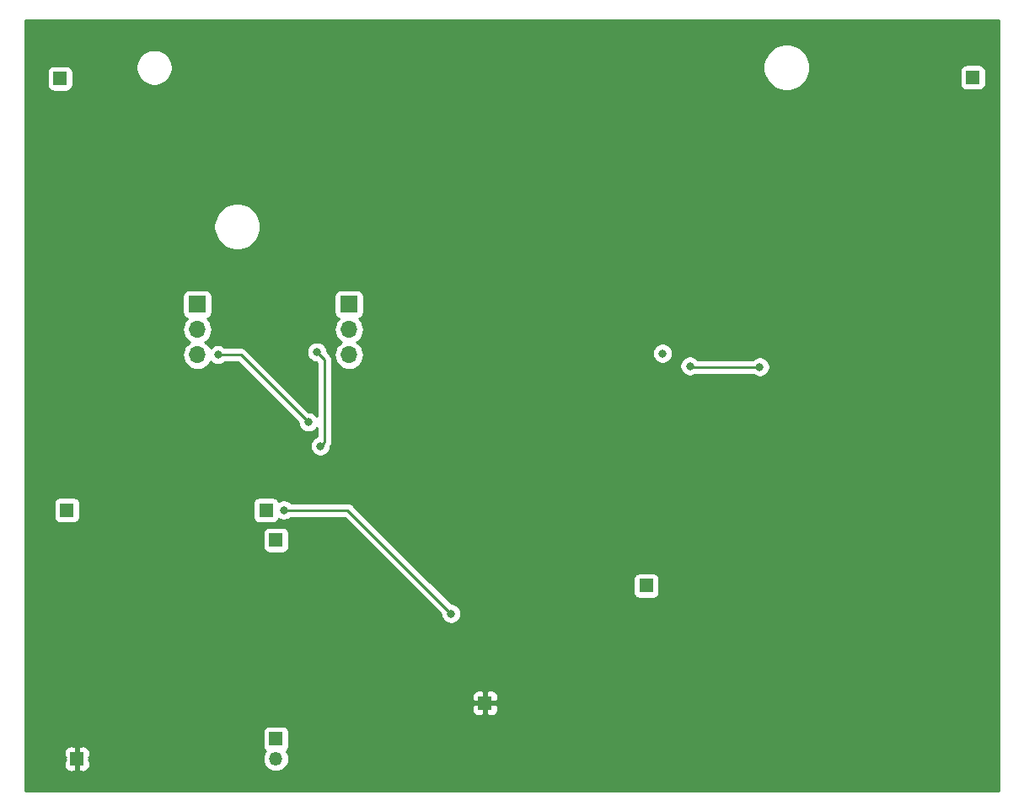
<source format=gbr>
G04 #@! TF.GenerationSoftware,KiCad,Pcbnew,(5.1.0)-1*
G04 #@! TF.CreationDate,2019-06-24T09:56:18-03:00*
G04 #@! TF.ProjectId,Main,4d61696e-2e6b-4696-9361-645f70636258,rev?*
G04 #@! TF.SameCoordinates,Original*
G04 #@! TF.FileFunction,Copper,L2,Bot*
G04 #@! TF.FilePolarity,Positive*
%FSLAX46Y46*%
G04 Gerber Fmt 4.6, Leading zero omitted, Abs format (unit mm)*
G04 Created by KiCad (PCBNEW (5.1.0)-1) date 2019-06-24 09:56:18*
%MOMM*%
%LPD*%
G04 APERTURE LIST*
%ADD10R,1.700000X1.700000*%
%ADD11O,1.700000X1.700000*%
%ADD12R,1.350000X1.350000*%
%ADD13O,1.350000X1.350000*%
%ADD14C,0.800000*%
%ADD15C,0.250000*%
%ADD16C,0.254000*%
G04 APERTURE END LIST*
D10*
X83940000Y-92700000D03*
D11*
X83940000Y-95240000D03*
X83940000Y-97780000D03*
D12*
X55600000Y-113400000D03*
X75600000Y-113400000D03*
X76600000Y-116400000D03*
X76600000Y-136400000D03*
D13*
X76600000Y-138400000D03*
D12*
X56600000Y-138400000D03*
X54900000Y-70000000D03*
X146600000Y-69900000D03*
X97600000Y-132800000D03*
D11*
X68700000Y-97780000D03*
X68700000Y-95240000D03*
D10*
X68700000Y-92700000D03*
D12*
X113800000Y-121000000D03*
D14*
X80700000Y-97500000D03*
X81060000Y-106960000D03*
X57600000Y-96000000D03*
X65350000Y-103850000D03*
X114176999Y-93023001D03*
X58600000Y-138400000D03*
X60750000Y-123450000D03*
X108000000Y-106400000D03*
X58300000Y-109000000D03*
X115435000Y-97635000D03*
X118195000Y-98905000D03*
X125200000Y-99000000D03*
X77400000Y-113400000D03*
X94200000Y-123800000D03*
X79850000Y-104550000D03*
X70780000Y-97780000D03*
D15*
X81099999Y-97899999D02*
X80700000Y-97500000D01*
X81459999Y-98259999D02*
X81099999Y-97899999D01*
X81459999Y-106560001D02*
X81459999Y-98259999D01*
X81060000Y-106960000D02*
X81459999Y-106560001D01*
X118290000Y-99000000D02*
X118195000Y-98905000D01*
X125200000Y-99000000D02*
X118290000Y-99000000D01*
X83800000Y-113400000D02*
X94200000Y-123800000D01*
X77400000Y-113400000D02*
X83800000Y-113400000D01*
X73080000Y-97780000D02*
X79850000Y-104550000D01*
X70780000Y-97780000D02*
X73080000Y-97780000D01*
D16*
G36*
X149200001Y-141580000D02*
G01*
X51460000Y-141580000D01*
X51460000Y-137725000D01*
X55286928Y-137725000D01*
X55290000Y-138114250D01*
X55448748Y-138272998D01*
X55290000Y-138272998D01*
X55290000Y-138527002D01*
X55448748Y-138527002D01*
X55290000Y-138685750D01*
X55286928Y-139075000D01*
X55299188Y-139199482D01*
X55335498Y-139319180D01*
X55394463Y-139429494D01*
X55473815Y-139526185D01*
X55570506Y-139605537D01*
X55680820Y-139664502D01*
X55800518Y-139700812D01*
X55925000Y-139713072D01*
X56314250Y-139710000D01*
X56473000Y-139551250D01*
X56473000Y-138527000D01*
X56453000Y-138527000D01*
X56453000Y-138273000D01*
X56473000Y-138273000D01*
X56473000Y-137248750D01*
X56727000Y-137248750D01*
X56727000Y-138273000D01*
X56747000Y-138273000D01*
X56747000Y-138527000D01*
X56727000Y-138527000D01*
X56727000Y-139551250D01*
X56885750Y-139710000D01*
X57275000Y-139713072D01*
X57399482Y-139700812D01*
X57519180Y-139664502D01*
X57629494Y-139605537D01*
X57726185Y-139526185D01*
X57805537Y-139429494D01*
X57864502Y-139319180D01*
X57900812Y-139199482D01*
X57913072Y-139075000D01*
X57910000Y-138685750D01*
X57751252Y-138527002D01*
X57910000Y-138527002D01*
X57910000Y-138400000D01*
X75283662Y-138400000D01*
X75308955Y-138656805D01*
X75383862Y-138903741D01*
X75505505Y-139131318D01*
X75669208Y-139330792D01*
X75868682Y-139494495D01*
X76096259Y-139616138D01*
X76343195Y-139691045D01*
X76535649Y-139710000D01*
X76664351Y-139710000D01*
X76856805Y-139691045D01*
X77103741Y-139616138D01*
X77331318Y-139494495D01*
X77530792Y-139330792D01*
X77694495Y-139131318D01*
X77816138Y-138903741D01*
X77891045Y-138656805D01*
X77916338Y-138400000D01*
X77891045Y-138143195D01*
X77816138Y-137896259D01*
X77694495Y-137668682D01*
X77637369Y-137599074D01*
X77726185Y-137526185D01*
X77805537Y-137429494D01*
X77864502Y-137319180D01*
X77900812Y-137199482D01*
X77913072Y-137075000D01*
X77913072Y-135725000D01*
X77900812Y-135600518D01*
X77864502Y-135480820D01*
X77805537Y-135370506D01*
X77726185Y-135273815D01*
X77629494Y-135194463D01*
X77519180Y-135135498D01*
X77399482Y-135099188D01*
X77275000Y-135086928D01*
X75925000Y-135086928D01*
X75800518Y-135099188D01*
X75680820Y-135135498D01*
X75570506Y-135194463D01*
X75473815Y-135273815D01*
X75394463Y-135370506D01*
X75335498Y-135480820D01*
X75299188Y-135600518D01*
X75286928Y-135725000D01*
X75286928Y-137075000D01*
X75299188Y-137199482D01*
X75335498Y-137319180D01*
X75394463Y-137429494D01*
X75473815Y-137526185D01*
X75562631Y-137599074D01*
X75505505Y-137668682D01*
X75383862Y-137896259D01*
X75308955Y-138143195D01*
X75283662Y-138400000D01*
X57910000Y-138400000D01*
X57910000Y-138272998D01*
X57751252Y-138272998D01*
X57910000Y-138114250D01*
X57913072Y-137725000D01*
X57900812Y-137600518D01*
X57864502Y-137480820D01*
X57805537Y-137370506D01*
X57726185Y-137273815D01*
X57629494Y-137194463D01*
X57519180Y-137135498D01*
X57399482Y-137099188D01*
X57275000Y-137086928D01*
X56885750Y-137090000D01*
X56727000Y-137248750D01*
X56473000Y-137248750D01*
X56314250Y-137090000D01*
X55925000Y-137086928D01*
X55800518Y-137099188D01*
X55680820Y-137135498D01*
X55570506Y-137194463D01*
X55473815Y-137273815D01*
X55394463Y-137370506D01*
X55335498Y-137480820D01*
X55299188Y-137600518D01*
X55286928Y-137725000D01*
X51460000Y-137725000D01*
X51460000Y-133475000D01*
X96286928Y-133475000D01*
X96299188Y-133599482D01*
X96335498Y-133719180D01*
X96394463Y-133829494D01*
X96473815Y-133926185D01*
X96570506Y-134005537D01*
X96680820Y-134064502D01*
X96800518Y-134100812D01*
X96925000Y-134113072D01*
X97314250Y-134110000D01*
X97473000Y-133951250D01*
X97473000Y-132927000D01*
X97727000Y-132927000D01*
X97727000Y-133951250D01*
X97885750Y-134110000D01*
X98275000Y-134113072D01*
X98399482Y-134100812D01*
X98519180Y-134064502D01*
X98629494Y-134005537D01*
X98726185Y-133926185D01*
X98805537Y-133829494D01*
X98864502Y-133719180D01*
X98900812Y-133599482D01*
X98913072Y-133475000D01*
X98910000Y-133085750D01*
X98751250Y-132927000D01*
X97727000Y-132927000D01*
X97473000Y-132927000D01*
X96448750Y-132927000D01*
X96290000Y-133085750D01*
X96286928Y-133475000D01*
X51460000Y-133475000D01*
X51460000Y-132125000D01*
X96286928Y-132125000D01*
X96290000Y-132514250D01*
X96448750Y-132673000D01*
X97473000Y-132673000D01*
X97473000Y-131648750D01*
X97727000Y-131648750D01*
X97727000Y-132673000D01*
X98751250Y-132673000D01*
X98910000Y-132514250D01*
X98913072Y-132125000D01*
X98900812Y-132000518D01*
X98864502Y-131880820D01*
X98805537Y-131770506D01*
X98726185Y-131673815D01*
X98629494Y-131594463D01*
X98519180Y-131535498D01*
X98399482Y-131499188D01*
X98275000Y-131486928D01*
X97885750Y-131490000D01*
X97727000Y-131648750D01*
X97473000Y-131648750D01*
X97314250Y-131490000D01*
X96925000Y-131486928D01*
X96800518Y-131499188D01*
X96680820Y-131535498D01*
X96570506Y-131594463D01*
X96473815Y-131673815D01*
X96394463Y-131770506D01*
X96335498Y-131880820D01*
X96299188Y-132000518D01*
X96286928Y-132125000D01*
X51460000Y-132125000D01*
X51460000Y-115725000D01*
X75286928Y-115725000D01*
X75286928Y-117075000D01*
X75299188Y-117199482D01*
X75335498Y-117319180D01*
X75394463Y-117429494D01*
X75473815Y-117526185D01*
X75570506Y-117605537D01*
X75680820Y-117664502D01*
X75800518Y-117700812D01*
X75925000Y-117713072D01*
X77275000Y-117713072D01*
X77399482Y-117700812D01*
X77519180Y-117664502D01*
X77629494Y-117605537D01*
X77726185Y-117526185D01*
X77805537Y-117429494D01*
X77864502Y-117319180D01*
X77900812Y-117199482D01*
X77913072Y-117075000D01*
X77913072Y-115725000D01*
X77900812Y-115600518D01*
X77864502Y-115480820D01*
X77805537Y-115370506D01*
X77726185Y-115273815D01*
X77629494Y-115194463D01*
X77519180Y-115135498D01*
X77399482Y-115099188D01*
X77275000Y-115086928D01*
X75925000Y-115086928D01*
X75800518Y-115099188D01*
X75680820Y-115135498D01*
X75570506Y-115194463D01*
X75473815Y-115273815D01*
X75394463Y-115370506D01*
X75335498Y-115480820D01*
X75299188Y-115600518D01*
X75286928Y-115725000D01*
X51460000Y-115725000D01*
X51460000Y-112725000D01*
X54286928Y-112725000D01*
X54286928Y-114075000D01*
X54299188Y-114199482D01*
X54335498Y-114319180D01*
X54394463Y-114429494D01*
X54473815Y-114526185D01*
X54570506Y-114605537D01*
X54680820Y-114664502D01*
X54800518Y-114700812D01*
X54925000Y-114713072D01*
X56275000Y-114713072D01*
X56399482Y-114700812D01*
X56519180Y-114664502D01*
X56629494Y-114605537D01*
X56726185Y-114526185D01*
X56805537Y-114429494D01*
X56864502Y-114319180D01*
X56900812Y-114199482D01*
X56913072Y-114075000D01*
X56913072Y-112725000D01*
X74286928Y-112725000D01*
X74286928Y-114075000D01*
X74299188Y-114199482D01*
X74335498Y-114319180D01*
X74394463Y-114429494D01*
X74473815Y-114526185D01*
X74570506Y-114605537D01*
X74680820Y-114664502D01*
X74800518Y-114700812D01*
X74925000Y-114713072D01*
X76275000Y-114713072D01*
X76399482Y-114700812D01*
X76519180Y-114664502D01*
X76629494Y-114605537D01*
X76726185Y-114526185D01*
X76805537Y-114429494D01*
X76864502Y-114319180D01*
X76872625Y-114292403D01*
X76909744Y-114317205D01*
X77098102Y-114395226D01*
X77298061Y-114435000D01*
X77501939Y-114435000D01*
X77701898Y-114395226D01*
X77890256Y-114317205D01*
X78059774Y-114203937D01*
X78103711Y-114160000D01*
X83485199Y-114160000D01*
X93165000Y-123839802D01*
X93165000Y-123901939D01*
X93204774Y-124101898D01*
X93282795Y-124290256D01*
X93396063Y-124459774D01*
X93540226Y-124603937D01*
X93709744Y-124717205D01*
X93898102Y-124795226D01*
X94098061Y-124835000D01*
X94301939Y-124835000D01*
X94501898Y-124795226D01*
X94690256Y-124717205D01*
X94859774Y-124603937D01*
X95003937Y-124459774D01*
X95117205Y-124290256D01*
X95195226Y-124101898D01*
X95235000Y-123901939D01*
X95235000Y-123698061D01*
X95195226Y-123498102D01*
X95117205Y-123309744D01*
X95003937Y-123140226D01*
X94859774Y-122996063D01*
X94690256Y-122882795D01*
X94501898Y-122804774D01*
X94301939Y-122765000D01*
X94239802Y-122765000D01*
X91799802Y-120325000D01*
X112486928Y-120325000D01*
X112486928Y-121675000D01*
X112499188Y-121799482D01*
X112535498Y-121919180D01*
X112594463Y-122029494D01*
X112673815Y-122126185D01*
X112770506Y-122205537D01*
X112880820Y-122264502D01*
X113000518Y-122300812D01*
X113125000Y-122313072D01*
X114475000Y-122313072D01*
X114599482Y-122300812D01*
X114719180Y-122264502D01*
X114829494Y-122205537D01*
X114926185Y-122126185D01*
X115005537Y-122029494D01*
X115064502Y-121919180D01*
X115100812Y-121799482D01*
X115113072Y-121675000D01*
X115113072Y-120325000D01*
X115100812Y-120200518D01*
X115064502Y-120080820D01*
X115005537Y-119970506D01*
X114926185Y-119873815D01*
X114829494Y-119794463D01*
X114719180Y-119735498D01*
X114599482Y-119699188D01*
X114475000Y-119686928D01*
X113125000Y-119686928D01*
X113000518Y-119699188D01*
X112880820Y-119735498D01*
X112770506Y-119794463D01*
X112673815Y-119873815D01*
X112594463Y-119970506D01*
X112535498Y-120080820D01*
X112499188Y-120200518D01*
X112486928Y-120325000D01*
X91799802Y-120325000D01*
X84363804Y-112889003D01*
X84340001Y-112859999D01*
X84224276Y-112765026D01*
X84092247Y-112694454D01*
X83948986Y-112650997D01*
X83837333Y-112640000D01*
X83837322Y-112640000D01*
X83800000Y-112636324D01*
X83762678Y-112640000D01*
X78103711Y-112640000D01*
X78059774Y-112596063D01*
X77890256Y-112482795D01*
X77701898Y-112404774D01*
X77501939Y-112365000D01*
X77298061Y-112365000D01*
X77098102Y-112404774D01*
X76909744Y-112482795D01*
X76872625Y-112507597D01*
X76864502Y-112480820D01*
X76805537Y-112370506D01*
X76726185Y-112273815D01*
X76629494Y-112194463D01*
X76519180Y-112135498D01*
X76399482Y-112099188D01*
X76275000Y-112086928D01*
X74925000Y-112086928D01*
X74800518Y-112099188D01*
X74680820Y-112135498D01*
X74570506Y-112194463D01*
X74473815Y-112273815D01*
X74394463Y-112370506D01*
X74335498Y-112480820D01*
X74299188Y-112600518D01*
X74286928Y-112725000D01*
X56913072Y-112725000D01*
X56900812Y-112600518D01*
X56864502Y-112480820D01*
X56805537Y-112370506D01*
X56726185Y-112273815D01*
X56629494Y-112194463D01*
X56519180Y-112135498D01*
X56399482Y-112099188D01*
X56275000Y-112086928D01*
X54925000Y-112086928D01*
X54800518Y-112099188D01*
X54680820Y-112135498D01*
X54570506Y-112194463D01*
X54473815Y-112273815D01*
X54394463Y-112370506D01*
X54335498Y-112480820D01*
X54299188Y-112600518D01*
X54286928Y-112725000D01*
X51460000Y-112725000D01*
X51460000Y-95240000D01*
X67207815Y-95240000D01*
X67236487Y-95531111D01*
X67321401Y-95811034D01*
X67459294Y-96069014D01*
X67644866Y-96295134D01*
X67870986Y-96480706D01*
X67925791Y-96510000D01*
X67870986Y-96539294D01*
X67644866Y-96724866D01*
X67459294Y-96950986D01*
X67321401Y-97208966D01*
X67236487Y-97488889D01*
X67207815Y-97780000D01*
X67236487Y-98071111D01*
X67321401Y-98351034D01*
X67459294Y-98609014D01*
X67644866Y-98835134D01*
X67870986Y-99020706D01*
X68128966Y-99158599D01*
X68408889Y-99243513D01*
X68627050Y-99265000D01*
X68772950Y-99265000D01*
X68991111Y-99243513D01*
X69271034Y-99158599D01*
X69529014Y-99020706D01*
X69755134Y-98835134D01*
X69940706Y-98609014D01*
X70011973Y-98475684D01*
X70120226Y-98583937D01*
X70289744Y-98697205D01*
X70478102Y-98775226D01*
X70678061Y-98815000D01*
X70881939Y-98815000D01*
X71081898Y-98775226D01*
X71270256Y-98697205D01*
X71439774Y-98583937D01*
X71483711Y-98540000D01*
X72765199Y-98540000D01*
X78815000Y-104589802D01*
X78815000Y-104651939D01*
X78854774Y-104851898D01*
X78932795Y-105040256D01*
X79046063Y-105209774D01*
X79190226Y-105353937D01*
X79359744Y-105467205D01*
X79548102Y-105545226D01*
X79748061Y-105585000D01*
X79951939Y-105585000D01*
X80151898Y-105545226D01*
X80340256Y-105467205D01*
X80509774Y-105353937D01*
X80653937Y-105209774D01*
X80699999Y-105140837D01*
X80699999Y-105988841D01*
X80569744Y-106042795D01*
X80400226Y-106156063D01*
X80256063Y-106300226D01*
X80142795Y-106469744D01*
X80064774Y-106658102D01*
X80025000Y-106858061D01*
X80025000Y-107061939D01*
X80064774Y-107261898D01*
X80142795Y-107450256D01*
X80256063Y-107619774D01*
X80400226Y-107763937D01*
X80569744Y-107877205D01*
X80758102Y-107955226D01*
X80958061Y-107995000D01*
X81161939Y-107995000D01*
X81361898Y-107955226D01*
X81550256Y-107877205D01*
X81719774Y-107763937D01*
X81863937Y-107619774D01*
X81977205Y-107450256D01*
X82055226Y-107261898D01*
X82095000Y-107061939D01*
X82095000Y-106984226D01*
X82165545Y-106852248D01*
X82209002Y-106708987D01*
X82219999Y-106597334D01*
X82219999Y-106597324D01*
X82223675Y-106560002D01*
X82219999Y-106522679D01*
X82219999Y-98297322D01*
X82223675Y-98259999D01*
X82219999Y-98222676D01*
X82219999Y-98222666D01*
X82209002Y-98111013D01*
X82165545Y-97967752D01*
X82094973Y-97835723D01*
X82000000Y-97719998D01*
X81970996Y-97696195D01*
X81735000Y-97460199D01*
X81735000Y-97398061D01*
X81695226Y-97198102D01*
X81617205Y-97009744D01*
X81503937Y-96840226D01*
X81359774Y-96696063D01*
X81190256Y-96582795D01*
X81001898Y-96504774D01*
X80801939Y-96465000D01*
X80598061Y-96465000D01*
X80398102Y-96504774D01*
X80209744Y-96582795D01*
X80040226Y-96696063D01*
X79896063Y-96840226D01*
X79782795Y-97009744D01*
X79704774Y-97198102D01*
X79665000Y-97398061D01*
X79665000Y-97601939D01*
X79704774Y-97801898D01*
X79782795Y-97990256D01*
X79896063Y-98159774D01*
X80040226Y-98303937D01*
X80209744Y-98417205D01*
X80398102Y-98495226D01*
X80598061Y-98535000D01*
X80660199Y-98535000D01*
X80700000Y-98574801D01*
X80699999Y-103959163D01*
X80653937Y-103890226D01*
X80509774Y-103746063D01*
X80340256Y-103632795D01*
X80151898Y-103554774D01*
X79951939Y-103515000D01*
X79889802Y-103515000D01*
X73643804Y-97269003D01*
X73620001Y-97239999D01*
X73504276Y-97145026D01*
X73372247Y-97074454D01*
X73228986Y-97030997D01*
X73117333Y-97020000D01*
X73117322Y-97020000D01*
X73080000Y-97016324D01*
X73042678Y-97020000D01*
X71483711Y-97020000D01*
X71439774Y-96976063D01*
X71270256Y-96862795D01*
X71081898Y-96784774D01*
X70881939Y-96745000D01*
X70678061Y-96745000D01*
X70478102Y-96784774D01*
X70289744Y-96862795D01*
X70120226Y-96976063D01*
X70011973Y-97084316D01*
X69940706Y-96950986D01*
X69755134Y-96724866D01*
X69529014Y-96539294D01*
X69474209Y-96510000D01*
X69529014Y-96480706D01*
X69755134Y-96295134D01*
X69940706Y-96069014D01*
X70078599Y-95811034D01*
X70163513Y-95531111D01*
X70192185Y-95240000D01*
X82447815Y-95240000D01*
X82476487Y-95531111D01*
X82561401Y-95811034D01*
X82699294Y-96069014D01*
X82884866Y-96295134D01*
X83110986Y-96480706D01*
X83165791Y-96510000D01*
X83110986Y-96539294D01*
X82884866Y-96724866D01*
X82699294Y-96950986D01*
X82561401Y-97208966D01*
X82476487Y-97488889D01*
X82447815Y-97780000D01*
X82476487Y-98071111D01*
X82561401Y-98351034D01*
X82699294Y-98609014D01*
X82884866Y-98835134D01*
X83110986Y-99020706D01*
X83368966Y-99158599D01*
X83648889Y-99243513D01*
X83867050Y-99265000D01*
X84012950Y-99265000D01*
X84231111Y-99243513D01*
X84511034Y-99158599D01*
X84769014Y-99020706D01*
X84995134Y-98835134D01*
X85021455Y-98803061D01*
X117160000Y-98803061D01*
X117160000Y-99006939D01*
X117199774Y-99206898D01*
X117277795Y-99395256D01*
X117391063Y-99564774D01*
X117535226Y-99708937D01*
X117704744Y-99822205D01*
X117893102Y-99900226D01*
X118093061Y-99940000D01*
X118296939Y-99940000D01*
X118496898Y-99900226D01*
X118685256Y-99822205D01*
X118778353Y-99760000D01*
X124496289Y-99760000D01*
X124540226Y-99803937D01*
X124709744Y-99917205D01*
X124898102Y-99995226D01*
X125098061Y-100035000D01*
X125301939Y-100035000D01*
X125501898Y-99995226D01*
X125690256Y-99917205D01*
X125859774Y-99803937D01*
X126003937Y-99659774D01*
X126117205Y-99490256D01*
X126195226Y-99301898D01*
X126235000Y-99101939D01*
X126235000Y-98898061D01*
X126195226Y-98698102D01*
X126117205Y-98509744D01*
X126003937Y-98340226D01*
X125859774Y-98196063D01*
X125690256Y-98082795D01*
X125501898Y-98004774D01*
X125301939Y-97965000D01*
X125098061Y-97965000D01*
X124898102Y-98004774D01*
X124709744Y-98082795D01*
X124540226Y-98196063D01*
X124496289Y-98240000D01*
X118993711Y-98240000D01*
X118854774Y-98101063D01*
X118685256Y-97987795D01*
X118496898Y-97909774D01*
X118296939Y-97870000D01*
X118093061Y-97870000D01*
X117893102Y-97909774D01*
X117704744Y-97987795D01*
X117535226Y-98101063D01*
X117391063Y-98245226D01*
X117277795Y-98414744D01*
X117199774Y-98603102D01*
X117160000Y-98803061D01*
X85021455Y-98803061D01*
X85180706Y-98609014D01*
X85318599Y-98351034D01*
X85403513Y-98071111D01*
X85432185Y-97780000D01*
X85407864Y-97533061D01*
X114400000Y-97533061D01*
X114400000Y-97736939D01*
X114439774Y-97936898D01*
X114517795Y-98125256D01*
X114631063Y-98294774D01*
X114775226Y-98438937D01*
X114944744Y-98552205D01*
X115133102Y-98630226D01*
X115333061Y-98670000D01*
X115536939Y-98670000D01*
X115736898Y-98630226D01*
X115925256Y-98552205D01*
X116094774Y-98438937D01*
X116238937Y-98294774D01*
X116352205Y-98125256D01*
X116430226Y-97936898D01*
X116470000Y-97736939D01*
X116470000Y-97533061D01*
X116430226Y-97333102D01*
X116352205Y-97144744D01*
X116238937Y-96975226D01*
X116094774Y-96831063D01*
X115925256Y-96717795D01*
X115736898Y-96639774D01*
X115536939Y-96600000D01*
X115333061Y-96600000D01*
X115133102Y-96639774D01*
X114944744Y-96717795D01*
X114775226Y-96831063D01*
X114631063Y-96975226D01*
X114517795Y-97144744D01*
X114439774Y-97333102D01*
X114400000Y-97533061D01*
X85407864Y-97533061D01*
X85403513Y-97488889D01*
X85318599Y-97208966D01*
X85180706Y-96950986D01*
X84995134Y-96724866D01*
X84769014Y-96539294D01*
X84714209Y-96510000D01*
X84769014Y-96480706D01*
X84995134Y-96295134D01*
X85180706Y-96069014D01*
X85318599Y-95811034D01*
X85403513Y-95531111D01*
X85432185Y-95240000D01*
X85403513Y-94948889D01*
X85318599Y-94668966D01*
X85180706Y-94410986D01*
X84995134Y-94184866D01*
X84965313Y-94160393D01*
X85034180Y-94139502D01*
X85144494Y-94080537D01*
X85241185Y-94001185D01*
X85320537Y-93904494D01*
X85379502Y-93794180D01*
X85415812Y-93674482D01*
X85428072Y-93550000D01*
X85428072Y-91850000D01*
X85415812Y-91725518D01*
X85379502Y-91605820D01*
X85320537Y-91495506D01*
X85241185Y-91398815D01*
X85144494Y-91319463D01*
X85034180Y-91260498D01*
X84914482Y-91224188D01*
X84790000Y-91211928D01*
X83090000Y-91211928D01*
X82965518Y-91224188D01*
X82845820Y-91260498D01*
X82735506Y-91319463D01*
X82638815Y-91398815D01*
X82559463Y-91495506D01*
X82500498Y-91605820D01*
X82464188Y-91725518D01*
X82451928Y-91850000D01*
X82451928Y-93550000D01*
X82464188Y-93674482D01*
X82500498Y-93794180D01*
X82559463Y-93904494D01*
X82638815Y-94001185D01*
X82735506Y-94080537D01*
X82845820Y-94139502D01*
X82914687Y-94160393D01*
X82884866Y-94184866D01*
X82699294Y-94410986D01*
X82561401Y-94668966D01*
X82476487Y-94948889D01*
X82447815Y-95240000D01*
X70192185Y-95240000D01*
X70163513Y-94948889D01*
X70078599Y-94668966D01*
X69940706Y-94410986D01*
X69755134Y-94184866D01*
X69725313Y-94160393D01*
X69794180Y-94139502D01*
X69904494Y-94080537D01*
X70001185Y-94001185D01*
X70080537Y-93904494D01*
X70139502Y-93794180D01*
X70175812Y-93674482D01*
X70188072Y-93550000D01*
X70188072Y-91850000D01*
X70175812Y-91725518D01*
X70139502Y-91605820D01*
X70080537Y-91495506D01*
X70001185Y-91398815D01*
X69904494Y-91319463D01*
X69794180Y-91260498D01*
X69674482Y-91224188D01*
X69550000Y-91211928D01*
X67850000Y-91211928D01*
X67725518Y-91224188D01*
X67605820Y-91260498D01*
X67495506Y-91319463D01*
X67398815Y-91398815D01*
X67319463Y-91495506D01*
X67260498Y-91605820D01*
X67224188Y-91725518D01*
X67211928Y-91850000D01*
X67211928Y-93550000D01*
X67224188Y-93674482D01*
X67260498Y-93794180D01*
X67319463Y-93904494D01*
X67398815Y-94001185D01*
X67495506Y-94080537D01*
X67605820Y-94139502D01*
X67674687Y-94160393D01*
X67644866Y-94184866D01*
X67459294Y-94410986D01*
X67321401Y-94668966D01*
X67236487Y-94948889D01*
X67207815Y-95240000D01*
X51460000Y-95240000D01*
X51460000Y-84667560D01*
X70340000Y-84667560D01*
X70340000Y-85132440D01*
X70430694Y-85588387D01*
X70608595Y-86017879D01*
X70866868Y-86404412D01*
X71195588Y-86733132D01*
X71582121Y-86991405D01*
X72011613Y-87169306D01*
X72467560Y-87260000D01*
X72932440Y-87260000D01*
X73388387Y-87169306D01*
X73817879Y-86991405D01*
X74204412Y-86733132D01*
X74533132Y-86404412D01*
X74791405Y-86017879D01*
X74969306Y-85588387D01*
X75060000Y-85132440D01*
X75060000Y-84667560D01*
X74969306Y-84211613D01*
X74791405Y-83782121D01*
X74533132Y-83395588D01*
X74204412Y-83066868D01*
X73817879Y-82808595D01*
X73388387Y-82630694D01*
X72932440Y-82540000D01*
X72467560Y-82540000D01*
X72011613Y-82630694D01*
X71582121Y-82808595D01*
X71195588Y-83066868D01*
X70866868Y-83395588D01*
X70608595Y-83782121D01*
X70430694Y-84211613D01*
X70340000Y-84667560D01*
X51460000Y-84667560D01*
X51460000Y-69325000D01*
X53586928Y-69325000D01*
X53586928Y-70675000D01*
X53599188Y-70799482D01*
X53635498Y-70919180D01*
X53694463Y-71029494D01*
X53773815Y-71126185D01*
X53870506Y-71205537D01*
X53980820Y-71264502D01*
X54100518Y-71300812D01*
X54225000Y-71313072D01*
X55575000Y-71313072D01*
X55699482Y-71300812D01*
X55819180Y-71264502D01*
X55929494Y-71205537D01*
X56026185Y-71126185D01*
X56105537Y-71029494D01*
X56164502Y-70919180D01*
X56200812Y-70799482D01*
X56213072Y-70675000D01*
X56213072Y-69325000D01*
X56200812Y-69200518D01*
X56164502Y-69080820D01*
X56105537Y-68970506D01*
X56026185Y-68873815D01*
X55929494Y-68794463D01*
X55819180Y-68735498D01*
X55767303Y-68719761D01*
X62540000Y-68719761D01*
X62540000Y-69080239D01*
X62610325Y-69433791D01*
X62748275Y-69766830D01*
X62948546Y-70066557D01*
X63203443Y-70321454D01*
X63503170Y-70521725D01*
X63836209Y-70659675D01*
X64189761Y-70730000D01*
X64550239Y-70730000D01*
X64903791Y-70659675D01*
X65236830Y-70521725D01*
X65536557Y-70321454D01*
X65791454Y-70066557D01*
X65991725Y-69766830D01*
X66129675Y-69433791D01*
X66200000Y-69080239D01*
X66200000Y-68719761D01*
X66189617Y-68667560D01*
X125540000Y-68667560D01*
X125540000Y-69132440D01*
X125630694Y-69588387D01*
X125808595Y-70017879D01*
X126066868Y-70404412D01*
X126395588Y-70733132D01*
X126782121Y-70991405D01*
X127211613Y-71169306D01*
X127667560Y-71260000D01*
X128132440Y-71260000D01*
X128588387Y-71169306D01*
X129017879Y-70991405D01*
X129404412Y-70733132D01*
X129733132Y-70404412D01*
X129991405Y-70017879D01*
X130169306Y-69588387D01*
X130241588Y-69225000D01*
X145286928Y-69225000D01*
X145286928Y-70575000D01*
X145299188Y-70699482D01*
X145335498Y-70819180D01*
X145394463Y-70929494D01*
X145473815Y-71026185D01*
X145570506Y-71105537D01*
X145680820Y-71164502D01*
X145800518Y-71200812D01*
X145925000Y-71213072D01*
X147275000Y-71213072D01*
X147399482Y-71200812D01*
X147519180Y-71164502D01*
X147629494Y-71105537D01*
X147726185Y-71026185D01*
X147805537Y-70929494D01*
X147864502Y-70819180D01*
X147900812Y-70699482D01*
X147913072Y-70575000D01*
X147913072Y-69225000D01*
X147900812Y-69100518D01*
X147864502Y-68980820D01*
X147805537Y-68870506D01*
X147726185Y-68773815D01*
X147629494Y-68694463D01*
X147519180Y-68635498D01*
X147399482Y-68599188D01*
X147275000Y-68586928D01*
X145925000Y-68586928D01*
X145800518Y-68599188D01*
X145680820Y-68635498D01*
X145570506Y-68694463D01*
X145473815Y-68773815D01*
X145394463Y-68870506D01*
X145335498Y-68980820D01*
X145299188Y-69100518D01*
X145286928Y-69225000D01*
X130241588Y-69225000D01*
X130260000Y-69132440D01*
X130260000Y-68667560D01*
X130169306Y-68211613D01*
X129991405Y-67782121D01*
X129733132Y-67395588D01*
X129404412Y-67066868D01*
X129017879Y-66808595D01*
X128588387Y-66630694D01*
X128132440Y-66540000D01*
X127667560Y-66540000D01*
X127211613Y-66630694D01*
X126782121Y-66808595D01*
X126395588Y-67066868D01*
X126066868Y-67395588D01*
X125808595Y-67782121D01*
X125630694Y-68211613D01*
X125540000Y-68667560D01*
X66189617Y-68667560D01*
X66129675Y-68366209D01*
X65991725Y-68033170D01*
X65791454Y-67733443D01*
X65536557Y-67478546D01*
X65236830Y-67278275D01*
X64903791Y-67140325D01*
X64550239Y-67070000D01*
X64189761Y-67070000D01*
X63836209Y-67140325D01*
X63503170Y-67278275D01*
X63203443Y-67478546D01*
X62948546Y-67733443D01*
X62748275Y-68033170D01*
X62610325Y-68366209D01*
X62540000Y-68719761D01*
X55767303Y-68719761D01*
X55699482Y-68699188D01*
X55575000Y-68686928D01*
X54225000Y-68686928D01*
X54100518Y-68699188D01*
X53980820Y-68735498D01*
X53870506Y-68794463D01*
X53773815Y-68873815D01*
X53694463Y-68970506D01*
X53635498Y-69080820D01*
X53599188Y-69200518D01*
X53586928Y-69325000D01*
X51460000Y-69325000D01*
X51460000Y-64160000D01*
X149200000Y-64160000D01*
X149200001Y-141580000D01*
X149200001Y-141580000D01*
G37*
X149200001Y-141580000D02*
X51460000Y-141580000D01*
X51460000Y-137725000D01*
X55286928Y-137725000D01*
X55290000Y-138114250D01*
X55448748Y-138272998D01*
X55290000Y-138272998D01*
X55290000Y-138527002D01*
X55448748Y-138527002D01*
X55290000Y-138685750D01*
X55286928Y-139075000D01*
X55299188Y-139199482D01*
X55335498Y-139319180D01*
X55394463Y-139429494D01*
X55473815Y-139526185D01*
X55570506Y-139605537D01*
X55680820Y-139664502D01*
X55800518Y-139700812D01*
X55925000Y-139713072D01*
X56314250Y-139710000D01*
X56473000Y-139551250D01*
X56473000Y-138527000D01*
X56453000Y-138527000D01*
X56453000Y-138273000D01*
X56473000Y-138273000D01*
X56473000Y-137248750D01*
X56727000Y-137248750D01*
X56727000Y-138273000D01*
X56747000Y-138273000D01*
X56747000Y-138527000D01*
X56727000Y-138527000D01*
X56727000Y-139551250D01*
X56885750Y-139710000D01*
X57275000Y-139713072D01*
X57399482Y-139700812D01*
X57519180Y-139664502D01*
X57629494Y-139605537D01*
X57726185Y-139526185D01*
X57805537Y-139429494D01*
X57864502Y-139319180D01*
X57900812Y-139199482D01*
X57913072Y-139075000D01*
X57910000Y-138685750D01*
X57751252Y-138527002D01*
X57910000Y-138527002D01*
X57910000Y-138400000D01*
X75283662Y-138400000D01*
X75308955Y-138656805D01*
X75383862Y-138903741D01*
X75505505Y-139131318D01*
X75669208Y-139330792D01*
X75868682Y-139494495D01*
X76096259Y-139616138D01*
X76343195Y-139691045D01*
X76535649Y-139710000D01*
X76664351Y-139710000D01*
X76856805Y-139691045D01*
X77103741Y-139616138D01*
X77331318Y-139494495D01*
X77530792Y-139330792D01*
X77694495Y-139131318D01*
X77816138Y-138903741D01*
X77891045Y-138656805D01*
X77916338Y-138400000D01*
X77891045Y-138143195D01*
X77816138Y-137896259D01*
X77694495Y-137668682D01*
X77637369Y-137599074D01*
X77726185Y-137526185D01*
X77805537Y-137429494D01*
X77864502Y-137319180D01*
X77900812Y-137199482D01*
X77913072Y-137075000D01*
X77913072Y-135725000D01*
X77900812Y-135600518D01*
X77864502Y-135480820D01*
X77805537Y-135370506D01*
X77726185Y-135273815D01*
X77629494Y-135194463D01*
X77519180Y-135135498D01*
X77399482Y-135099188D01*
X77275000Y-135086928D01*
X75925000Y-135086928D01*
X75800518Y-135099188D01*
X75680820Y-135135498D01*
X75570506Y-135194463D01*
X75473815Y-135273815D01*
X75394463Y-135370506D01*
X75335498Y-135480820D01*
X75299188Y-135600518D01*
X75286928Y-135725000D01*
X75286928Y-137075000D01*
X75299188Y-137199482D01*
X75335498Y-137319180D01*
X75394463Y-137429494D01*
X75473815Y-137526185D01*
X75562631Y-137599074D01*
X75505505Y-137668682D01*
X75383862Y-137896259D01*
X75308955Y-138143195D01*
X75283662Y-138400000D01*
X57910000Y-138400000D01*
X57910000Y-138272998D01*
X57751252Y-138272998D01*
X57910000Y-138114250D01*
X57913072Y-137725000D01*
X57900812Y-137600518D01*
X57864502Y-137480820D01*
X57805537Y-137370506D01*
X57726185Y-137273815D01*
X57629494Y-137194463D01*
X57519180Y-137135498D01*
X57399482Y-137099188D01*
X57275000Y-137086928D01*
X56885750Y-137090000D01*
X56727000Y-137248750D01*
X56473000Y-137248750D01*
X56314250Y-137090000D01*
X55925000Y-137086928D01*
X55800518Y-137099188D01*
X55680820Y-137135498D01*
X55570506Y-137194463D01*
X55473815Y-137273815D01*
X55394463Y-137370506D01*
X55335498Y-137480820D01*
X55299188Y-137600518D01*
X55286928Y-137725000D01*
X51460000Y-137725000D01*
X51460000Y-133475000D01*
X96286928Y-133475000D01*
X96299188Y-133599482D01*
X96335498Y-133719180D01*
X96394463Y-133829494D01*
X96473815Y-133926185D01*
X96570506Y-134005537D01*
X96680820Y-134064502D01*
X96800518Y-134100812D01*
X96925000Y-134113072D01*
X97314250Y-134110000D01*
X97473000Y-133951250D01*
X97473000Y-132927000D01*
X97727000Y-132927000D01*
X97727000Y-133951250D01*
X97885750Y-134110000D01*
X98275000Y-134113072D01*
X98399482Y-134100812D01*
X98519180Y-134064502D01*
X98629494Y-134005537D01*
X98726185Y-133926185D01*
X98805537Y-133829494D01*
X98864502Y-133719180D01*
X98900812Y-133599482D01*
X98913072Y-133475000D01*
X98910000Y-133085750D01*
X98751250Y-132927000D01*
X97727000Y-132927000D01*
X97473000Y-132927000D01*
X96448750Y-132927000D01*
X96290000Y-133085750D01*
X96286928Y-133475000D01*
X51460000Y-133475000D01*
X51460000Y-132125000D01*
X96286928Y-132125000D01*
X96290000Y-132514250D01*
X96448750Y-132673000D01*
X97473000Y-132673000D01*
X97473000Y-131648750D01*
X97727000Y-131648750D01*
X97727000Y-132673000D01*
X98751250Y-132673000D01*
X98910000Y-132514250D01*
X98913072Y-132125000D01*
X98900812Y-132000518D01*
X98864502Y-131880820D01*
X98805537Y-131770506D01*
X98726185Y-131673815D01*
X98629494Y-131594463D01*
X98519180Y-131535498D01*
X98399482Y-131499188D01*
X98275000Y-131486928D01*
X97885750Y-131490000D01*
X97727000Y-131648750D01*
X97473000Y-131648750D01*
X97314250Y-131490000D01*
X96925000Y-131486928D01*
X96800518Y-131499188D01*
X96680820Y-131535498D01*
X96570506Y-131594463D01*
X96473815Y-131673815D01*
X96394463Y-131770506D01*
X96335498Y-131880820D01*
X96299188Y-132000518D01*
X96286928Y-132125000D01*
X51460000Y-132125000D01*
X51460000Y-115725000D01*
X75286928Y-115725000D01*
X75286928Y-117075000D01*
X75299188Y-117199482D01*
X75335498Y-117319180D01*
X75394463Y-117429494D01*
X75473815Y-117526185D01*
X75570506Y-117605537D01*
X75680820Y-117664502D01*
X75800518Y-117700812D01*
X75925000Y-117713072D01*
X77275000Y-117713072D01*
X77399482Y-117700812D01*
X77519180Y-117664502D01*
X77629494Y-117605537D01*
X77726185Y-117526185D01*
X77805537Y-117429494D01*
X77864502Y-117319180D01*
X77900812Y-117199482D01*
X77913072Y-117075000D01*
X77913072Y-115725000D01*
X77900812Y-115600518D01*
X77864502Y-115480820D01*
X77805537Y-115370506D01*
X77726185Y-115273815D01*
X77629494Y-115194463D01*
X77519180Y-115135498D01*
X77399482Y-115099188D01*
X77275000Y-115086928D01*
X75925000Y-115086928D01*
X75800518Y-115099188D01*
X75680820Y-115135498D01*
X75570506Y-115194463D01*
X75473815Y-115273815D01*
X75394463Y-115370506D01*
X75335498Y-115480820D01*
X75299188Y-115600518D01*
X75286928Y-115725000D01*
X51460000Y-115725000D01*
X51460000Y-112725000D01*
X54286928Y-112725000D01*
X54286928Y-114075000D01*
X54299188Y-114199482D01*
X54335498Y-114319180D01*
X54394463Y-114429494D01*
X54473815Y-114526185D01*
X54570506Y-114605537D01*
X54680820Y-114664502D01*
X54800518Y-114700812D01*
X54925000Y-114713072D01*
X56275000Y-114713072D01*
X56399482Y-114700812D01*
X56519180Y-114664502D01*
X56629494Y-114605537D01*
X56726185Y-114526185D01*
X56805537Y-114429494D01*
X56864502Y-114319180D01*
X56900812Y-114199482D01*
X56913072Y-114075000D01*
X56913072Y-112725000D01*
X74286928Y-112725000D01*
X74286928Y-114075000D01*
X74299188Y-114199482D01*
X74335498Y-114319180D01*
X74394463Y-114429494D01*
X74473815Y-114526185D01*
X74570506Y-114605537D01*
X74680820Y-114664502D01*
X74800518Y-114700812D01*
X74925000Y-114713072D01*
X76275000Y-114713072D01*
X76399482Y-114700812D01*
X76519180Y-114664502D01*
X76629494Y-114605537D01*
X76726185Y-114526185D01*
X76805537Y-114429494D01*
X76864502Y-114319180D01*
X76872625Y-114292403D01*
X76909744Y-114317205D01*
X77098102Y-114395226D01*
X77298061Y-114435000D01*
X77501939Y-114435000D01*
X77701898Y-114395226D01*
X77890256Y-114317205D01*
X78059774Y-114203937D01*
X78103711Y-114160000D01*
X83485199Y-114160000D01*
X93165000Y-123839802D01*
X93165000Y-123901939D01*
X93204774Y-124101898D01*
X93282795Y-124290256D01*
X93396063Y-124459774D01*
X93540226Y-124603937D01*
X93709744Y-124717205D01*
X93898102Y-124795226D01*
X94098061Y-124835000D01*
X94301939Y-124835000D01*
X94501898Y-124795226D01*
X94690256Y-124717205D01*
X94859774Y-124603937D01*
X95003937Y-124459774D01*
X95117205Y-124290256D01*
X95195226Y-124101898D01*
X95235000Y-123901939D01*
X95235000Y-123698061D01*
X95195226Y-123498102D01*
X95117205Y-123309744D01*
X95003937Y-123140226D01*
X94859774Y-122996063D01*
X94690256Y-122882795D01*
X94501898Y-122804774D01*
X94301939Y-122765000D01*
X94239802Y-122765000D01*
X91799802Y-120325000D01*
X112486928Y-120325000D01*
X112486928Y-121675000D01*
X112499188Y-121799482D01*
X112535498Y-121919180D01*
X112594463Y-122029494D01*
X112673815Y-122126185D01*
X112770506Y-122205537D01*
X112880820Y-122264502D01*
X113000518Y-122300812D01*
X113125000Y-122313072D01*
X114475000Y-122313072D01*
X114599482Y-122300812D01*
X114719180Y-122264502D01*
X114829494Y-122205537D01*
X114926185Y-122126185D01*
X115005537Y-122029494D01*
X115064502Y-121919180D01*
X115100812Y-121799482D01*
X115113072Y-121675000D01*
X115113072Y-120325000D01*
X115100812Y-120200518D01*
X115064502Y-120080820D01*
X115005537Y-119970506D01*
X114926185Y-119873815D01*
X114829494Y-119794463D01*
X114719180Y-119735498D01*
X114599482Y-119699188D01*
X114475000Y-119686928D01*
X113125000Y-119686928D01*
X113000518Y-119699188D01*
X112880820Y-119735498D01*
X112770506Y-119794463D01*
X112673815Y-119873815D01*
X112594463Y-119970506D01*
X112535498Y-120080820D01*
X112499188Y-120200518D01*
X112486928Y-120325000D01*
X91799802Y-120325000D01*
X84363804Y-112889003D01*
X84340001Y-112859999D01*
X84224276Y-112765026D01*
X84092247Y-112694454D01*
X83948986Y-112650997D01*
X83837333Y-112640000D01*
X83837322Y-112640000D01*
X83800000Y-112636324D01*
X83762678Y-112640000D01*
X78103711Y-112640000D01*
X78059774Y-112596063D01*
X77890256Y-112482795D01*
X77701898Y-112404774D01*
X77501939Y-112365000D01*
X77298061Y-112365000D01*
X77098102Y-112404774D01*
X76909744Y-112482795D01*
X76872625Y-112507597D01*
X76864502Y-112480820D01*
X76805537Y-112370506D01*
X76726185Y-112273815D01*
X76629494Y-112194463D01*
X76519180Y-112135498D01*
X76399482Y-112099188D01*
X76275000Y-112086928D01*
X74925000Y-112086928D01*
X74800518Y-112099188D01*
X74680820Y-112135498D01*
X74570506Y-112194463D01*
X74473815Y-112273815D01*
X74394463Y-112370506D01*
X74335498Y-112480820D01*
X74299188Y-112600518D01*
X74286928Y-112725000D01*
X56913072Y-112725000D01*
X56900812Y-112600518D01*
X56864502Y-112480820D01*
X56805537Y-112370506D01*
X56726185Y-112273815D01*
X56629494Y-112194463D01*
X56519180Y-112135498D01*
X56399482Y-112099188D01*
X56275000Y-112086928D01*
X54925000Y-112086928D01*
X54800518Y-112099188D01*
X54680820Y-112135498D01*
X54570506Y-112194463D01*
X54473815Y-112273815D01*
X54394463Y-112370506D01*
X54335498Y-112480820D01*
X54299188Y-112600518D01*
X54286928Y-112725000D01*
X51460000Y-112725000D01*
X51460000Y-95240000D01*
X67207815Y-95240000D01*
X67236487Y-95531111D01*
X67321401Y-95811034D01*
X67459294Y-96069014D01*
X67644866Y-96295134D01*
X67870986Y-96480706D01*
X67925791Y-96510000D01*
X67870986Y-96539294D01*
X67644866Y-96724866D01*
X67459294Y-96950986D01*
X67321401Y-97208966D01*
X67236487Y-97488889D01*
X67207815Y-97780000D01*
X67236487Y-98071111D01*
X67321401Y-98351034D01*
X67459294Y-98609014D01*
X67644866Y-98835134D01*
X67870986Y-99020706D01*
X68128966Y-99158599D01*
X68408889Y-99243513D01*
X68627050Y-99265000D01*
X68772950Y-99265000D01*
X68991111Y-99243513D01*
X69271034Y-99158599D01*
X69529014Y-99020706D01*
X69755134Y-98835134D01*
X69940706Y-98609014D01*
X70011973Y-98475684D01*
X70120226Y-98583937D01*
X70289744Y-98697205D01*
X70478102Y-98775226D01*
X70678061Y-98815000D01*
X70881939Y-98815000D01*
X71081898Y-98775226D01*
X71270256Y-98697205D01*
X71439774Y-98583937D01*
X71483711Y-98540000D01*
X72765199Y-98540000D01*
X78815000Y-104589802D01*
X78815000Y-104651939D01*
X78854774Y-104851898D01*
X78932795Y-105040256D01*
X79046063Y-105209774D01*
X79190226Y-105353937D01*
X79359744Y-105467205D01*
X79548102Y-105545226D01*
X79748061Y-105585000D01*
X79951939Y-105585000D01*
X80151898Y-105545226D01*
X80340256Y-105467205D01*
X80509774Y-105353937D01*
X80653937Y-105209774D01*
X80699999Y-105140837D01*
X80699999Y-105988841D01*
X80569744Y-106042795D01*
X80400226Y-106156063D01*
X80256063Y-106300226D01*
X80142795Y-106469744D01*
X80064774Y-106658102D01*
X80025000Y-106858061D01*
X80025000Y-107061939D01*
X80064774Y-107261898D01*
X80142795Y-107450256D01*
X80256063Y-107619774D01*
X80400226Y-107763937D01*
X80569744Y-107877205D01*
X80758102Y-107955226D01*
X80958061Y-107995000D01*
X81161939Y-107995000D01*
X81361898Y-107955226D01*
X81550256Y-107877205D01*
X81719774Y-107763937D01*
X81863937Y-107619774D01*
X81977205Y-107450256D01*
X82055226Y-107261898D01*
X82095000Y-107061939D01*
X82095000Y-106984226D01*
X82165545Y-106852248D01*
X82209002Y-106708987D01*
X82219999Y-106597334D01*
X82219999Y-106597324D01*
X82223675Y-106560002D01*
X82219999Y-106522679D01*
X82219999Y-98297322D01*
X82223675Y-98259999D01*
X82219999Y-98222676D01*
X82219999Y-98222666D01*
X82209002Y-98111013D01*
X82165545Y-97967752D01*
X82094973Y-97835723D01*
X82000000Y-97719998D01*
X81970996Y-97696195D01*
X81735000Y-97460199D01*
X81735000Y-97398061D01*
X81695226Y-97198102D01*
X81617205Y-97009744D01*
X81503937Y-96840226D01*
X81359774Y-96696063D01*
X81190256Y-96582795D01*
X81001898Y-96504774D01*
X80801939Y-96465000D01*
X80598061Y-96465000D01*
X80398102Y-96504774D01*
X80209744Y-96582795D01*
X80040226Y-96696063D01*
X79896063Y-96840226D01*
X79782795Y-97009744D01*
X79704774Y-97198102D01*
X79665000Y-97398061D01*
X79665000Y-97601939D01*
X79704774Y-97801898D01*
X79782795Y-97990256D01*
X79896063Y-98159774D01*
X80040226Y-98303937D01*
X80209744Y-98417205D01*
X80398102Y-98495226D01*
X80598061Y-98535000D01*
X80660199Y-98535000D01*
X80700000Y-98574801D01*
X80699999Y-103959163D01*
X80653937Y-103890226D01*
X80509774Y-103746063D01*
X80340256Y-103632795D01*
X80151898Y-103554774D01*
X79951939Y-103515000D01*
X79889802Y-103515000D01*
X73643804Y-97269003D01*
X73620001Y-97239999D01*
X73504276Y-97145026D01*
X73372247Y-97074454D01*
X73228986Y-97030997D01*
X73117333Y-97020000D01*
X73117322Y-97020000D01*
X73080000Y-97016324D01*
X73042678Y-97020000D01*
X71483711Y-97020000D01*
X71439774Y-96976063D01*
X71270256Y-96862795D01*
X71081898Y-96784774D01*
X70881939Y-96745000D01*
X70678061Y-96745000D01*
X70478102Y-96784774D01*
X70289744Y-96862795D01*
X70120226Y-96976063D01*
X70011973Y-97084316D01*
X69940706Y-96950986D01*
X69755134Y-96724866D01*
X69529014Y-96539294D01*
X69474209Y-96510000D01*
X69529014Y-96480706D01*
X69755134Y-96295134D01*
X69940706Y-96069014D01*
X70078599Y-95811034D01*
X70163513Y-95531111D01*
X70192185Y-95240000D01*
X82447815Y-95240000D01*
X82476487Y-95531111D01*
X82561401Y-95811034D01*
X82699294Y-96069014D01*
X82884866Y-96295134D01*
X83110986Y-96480706D01*
X83165791Y-96510000D01*
X83110986Y-96539294D01*
X82884866Y-96724866D01*
X82699294Y-96950986D01*
X82561401Y-97208966D01*
X82476487Y-97488889D01*
X82447815Y-97780000D01*
X82476487Y-98071111D01*
X82561401Y-98351034D01*
X82699294Y-98609014D01*
X82884866Y-98835134D01*
X83110986Y-99020706D01*
X83368966Y-99158599D01*
X83648889Y-99243513D01*
X83867050Y-99265000D01*
X84012950Y-99265000D01*
X84231111Y-99243513D01*
X84511034Y-99158599D01*
X84769014Y-99020706D01*
X84995134Y-98835134D01*
X85021455Y-98803061D01*
X117160000Y-98803061D01*
X117160000Y-99006939D01*
X117199774Y-99206898D01*
X117277795Y-99395256D01*
X117391063Y-99564774D01*
X117535226Y-99708937D01*
X117704744Y-99822205D01*
X117893102Y-99900226D01*
X118093061Y-99940000D01*
X118296939Y-99940000D01*
X118496898Y-99900226D01*
X118685256Y-99822205D01*
X118778353Y-99760000D01*
X124496289Y-99760000D01*
X124540226Y-99803937D01*
X124709744Y-99917205D01*
X124898102Y-99995226D01*
X125098061Y-100035000D01*
X125301939Y-100035000D01*
X125501898Y-99995226D01*
X125690256Y-99917205D01*
X125859774Y-99803937D01*
X126003937Y-99659774D01*
X126117205Y-99490256D01*
X126195226Y-99301898D01*
X126235000Y-99101939D01*
X126235000Y-98898061D01*
X126195226Y-98698102D01*
X126117205Y-98509744D01*
X126003937Y-98340226D01*
X125859774Y-98196063D01*
X125690256Y-98082795D01*
X125501898Y-98004774D01*
X125301939Y-97965000D01*
X125098061Y-97965000D01*
X124898102Y-98004774D01*
X124709744Y-98082795D01*
X124540226Y-98196063D01*
X124496289Y-98240000D01*
X118993711Y-98240000D01*
X118854774Y-98101063D01*
X118685256Y-97987795D01*
X118496898Y-97909774D01*
X118296939Y-97870000D01*
X118093061Y-97870000D01*
X117893102Y-97909774D01*
X117704744Y-97987795D01*
X117535226Y-98101063D01*
X117391063Y-98245226D01*
X117277795Y-98414744D01*
X117199774Y-98603102D01*
X117160000Y-98803061D01*
X85021455Y-98803061D01*
X85180706Y-98609014D01*
X85318599Y-98351034D01*
X85403513Y-98071111D01*
X85432185Y-97780000D01*
X85407864Y-97533061D01*
X114400000Y-97533061D01*
X114400000Y-97736939D01*
X114439774Y-97936898D01*
X114517795Y-98125256D01*
X114631063Y-98294774D01*
X114775226Y-98438937D01*
X114944744Y-98552205D01*
X115133102Y-98630226D01*
X115333061Y-98670000D01*
X115536939Y-98670000D01*
X115736898Y-98630226D01*
X115925256Y-98552205D01*
X116094774Y-98438937D01*
X116238937Y-98294774D01*
X116352205Y-98125256D01*
X116430226Y-97936898D01*
X116470000Y-97736939D01*
X116470000Y-97533061D01*
X116430226Y-97333102D01*
X116352205Y-97144744D01*
X116238937Y-96975226D01*
X116094774Y-96831063D01*
X115925256Y-96717795D01*
X115736898Y-96639774D01*
X115536939Y-96600000D01*
X115333061Y-96600000D01*
X115133102Y-96639774D01*
X114944744Y-96717795D01*
X114775226Y-96831063D01*
X114631063Y-96975226D01*
X114517795Y-97144744D01*
X114439774Y-97333102D01*
X114400000Y-97533061D01*
X85407864Y-97533061D01*
X85403513Y-97488889D01*
X85318599Y-97208966D01*
X85180706Y-96950986D01*
X84995134Y-96724866D01*
X84769014Y-96539294D01*
X84714209Y-96510000D01*
X84769014Y-96480706D01*
X84995134Y-96295134D01*
X85180706Y-96069014D01*
X85318599Y-95811034D01*
X85403513Y-95531111D01*
X85432185Y-95240000D01*
X85403513Y-94948889D01*
X85318599Y-94668966D01*
X85180706Y-94410986D01*
X84995134Y-94184866D01*
X84965313Y-94160393D01*
X85034180Y-94139502D01*
X85144494Y-94080537D01*
X85241185Y-94001185D01*
X85320537Y-93904494D01*
X85379502Y-93794180D01*
X85415812Y-93674482D01*
X85428072Y-93550000D01*
X85428072Y-91850000D01*
X85415812Y-91725518D01*
X85379502Y-91605820D01*
X85320537Y-91495506D01*
X85241185Y-91398815D01*
X85144494Y-91319463D01*
X85034180Y-91260498D01*
X84914482Y-91224188D01*
X84790000Y-91211928D01*
X83090000Y-91211928D01*
X82965518Y-91224188D01*
X82845820Y-91260498D01*
X82735506Y-91319463D01*
X82638815Y-91398815D01*
X82559463Y-91495506D01*
X82500498Y-91605820D01*
X82464188Y-91725518D01*
X82451928Y-91850000D01*
X82451928Y-93550000D01*
X82464188Y-93674482D01*
X82500498Y-93794180D01*
X82559463Y-93904494D01*
X82638815Y-94001185D01*
X82735506Y-94080537D01*
X82845820Y-94139502D01*
X82914687Y-94160393D01*
X82884866Y-94184866D01*
X82699294Y-94410986D01*
X82561401Y-94668966D01*
X82476487Y-94948889D01*
X82447815Y-95240000D01*
X70192185Y-95240000D01*
X70163513Y-94948889D01*
X70078599Y-94668966D01*
X69940706Y-94410986D01*
X69755134Y-94184866D01*
X69725313Y-94160393D01*
X69794180Y-94139502D01*
X69904494Y-94080537D01*
X70001185Y-94001185D01*
X70080537Y-93904494D01*
X70139502Y-93794180D01*
X70175812Y-93674482D01*
X70188072Y-93550000D01*
X70188072Y-91850000D01*
X70175812Y-91725518D01*
X70139502Y-91605820D01*
X70080537Y-91495506D01*
X70001185Y-91398815D01*
X69904494Y-91319463D01*
X69794180Y-91260498D01*
X69674482Y-91224188D01*
X69550000Y-91211928D01*
X67850000Y-91211928D01*
X67725518Y-91224188D01*
X67605820Y-91260498D01*
X67495506Y-91319463D01*
X67398815Y-91398815D01*
X67319463Y-91495506D01*
X67260498Y-91605820D01*
X67224188Y-91725518D01*
X67211928Y-91850000D01*
X67211928Y-93550000D01*
X67224188Y-93674482D01*
X67260498Y-93794180D01*
X67319463Y-93904494D01*
X67398815Y-94001185D01*
X67495506Y-94080537D01*
X67605820Y-94139502D01*
X67674687Y-94160393D01*
X67644866Y-94184866D01*
X67459294Y-94410986D01*
X67321401Y-94668966D01*
X67236487Y-94948889D01*
X67207815Y-95240000D01*
X51460000Y-95240000D01*
X51460000Y-84667560D01*
X70340000Y-84667560D01*
X70340000Y-85132440D01*
X70430694Y-85588387D01*
X70608595Y-86017879D01*
X70866868Y-86404412D01*
X71195588Y-86733132D01*
X71582121Y-86991405D01*
X72011613Y-87169306D01*
X72467560Y-87260000D01*
X72932440Y-87260000D01*
X73388387Y-87169306D01*
X73817879Y-86991405D01*
X74204412Y-86733132D01*
X74533132Y-86404412D01*
X74791405Y-86017879D01*
X74969306Y-85588387D01*
X75060000Y-85132440D01*
X75060000Y-84667560D01*
X74969306Y-84211613D01*
X74791405Y-83782121D01*
X74533132Y-83395588D01*
X74204412Y-83066868D01*
X73817879Y-82808595D01*
X73388387Y-82630694D01*
X72932440Y-82540000D01*
X72467560Y-82540000D01*
X72011613Y-82630694D01*
X71582121Y-82808595D01*
X71195588Y-83066868D01*
X70866868Y-83395588D01*
X70608595Y-83782121D01*
X70430694Y-84211613D01*
X70340000Y-84667560D01*
X51460000Y-84667560D01*
X51460000Y-69325000D01*
X53586928Y-69325000D01*
X53586928Y-70675000D01*
X53599188Y-70799482D01*
X53635498Y-70919180D01*
X53694463Y-71029494D01*
X53773815Y-71126185D01*
X53870506Y-71205537D01*
X53980820Y-71264502D01*
X54100518Y-71300812D01*
X54225000Y-71313072D01*
X55575000Y-71313072D01*
X55699482Y-71300812D01*
X55819180Y-71264502D01*
X55929494Y-71205537D01*
X56026185Y-71126185D01*
X56105537Y-71029494D01*
X56164502Y-70919180D01*
X56200812Y-70799482D01*
X56213072Y-70675000D01*
X56213072Y-69325000D01*
X56200812Y-69200518D01*
X56164502Y-69080820D01*
X56105537Y-68970506D01*
X56026185Y-68873815D01*
X55929494Y-68794463D01*
X55819180Y-68735498D01*
X55767303Y-68719761D01*
X62540000Y-68719761D01*
X62540000Y-69080239D01*
X62610325Y-69433791D01*
X62748275Y-69766830D01*
X62948546Y-70066557D01*
X63203443Y-70321454D01*
X63503170Y-70521725D01*
X63836209Y-70659675D01*
X64189761Y-70730000D01*
X64550239Y-70730000D01*
X64903791Y-70659675D01*
X65236830Y-70521725D01*
X65536557Y-70321454D01*
X65791454Y-70066557D01*
X65991725Y-69766830D01*
X66129675Y-69433791D01*
X66200000Y-69080239D01*
X66200000Y-68719761D01*
X66189617Y-68667560D01*
X125540000Y-68667560D01*
X125540000Y-69132440D01*
X125630694Y-69588387D01*
X125808595Y-70017879D01*
X126066868Y-70404412D01*
X126395588Y-70733132D01*
X126782121Y-70991405D01*
X127211613Y-71169306D01*
X127667560Y-71260000D01*
X128132440Y-71260000D01*
X128588387Y-71169306D01*
X129017879Y-70991405D01*
X129404412Y-70733132D01*
X129733132Y-70404412D01*
X129991405Y-70017879D01*
X130169306Y-69588387D01*
X130241588Y-69225000D01*
X145286928Y-69225000D01*
X145286928Y-70575000D01*
X145299188Y-70699482D01*
X145335498Y-70819180D01*
X145394463Y-70929494D01*
X145473815Y-71026185D01*
X145570506Y-71105537D01*
X145680820Y-71164502D01*
X145800518Y-71200812D01*
X145925000Y-71213072D01*
X147275000Y-71213072D01*
X147399482Y-71200812D01*
X147519180Y-71164502D01*
X147629494Y-71105537D01*
X147726185Y-71026185D01*
X147805537Y-70929494D01*
X147864502Y-70819180D01*
X147900812Y-70699482D01*
X147913072Y-70575000D01*
X147913072Y-69225000D01*
X147900812Y-69100518D01*
X147864502Y-68980820D01*
X147805537Y-68870506D01*
X147726185Y-68773815D01*
X147629494Y-68694463D01*
X147519180Y-68635498D01*
X147399482Y-68599188D01*
X147275000Y-68586928D01*
X145925000Y-68586928D01*
X145800518Y-68599188D01*
X145680820Y-68635498D01*
X145570506Y-68694463D01*
X145473815Y-68773815D01*
X145394463Y-68870506D01*
X145335498Y-68980820D01*
X145299188Y-69100518D01*
X145286928Y-69225000D01*
X130241588Y-69225000D01*
X130260000Y-69132440D01*
X130260000Y-68667560D01*
X130169306Y-68211613D01*
X129991405Y-67782121D01*
X129733132Y-67395588D01*
X129404412Y-67066868D01*
X129017879Y-66808595D01*
X128588387Y-66630694D01*
X128132440Y-66540000D01*
X127667560Y-66540000D01*
X127211613Y-66630694D01*
X126782121Y-66808595D01*
X126395588Y-67066868D01*
X126066868Y-67395588D01*
X125808595Y-67782121D01*
X125630694Y-68211613D01*
X125540000Y-68667560D01*
X66189617Y-68667560D01*
X66129675Y-68366209D01*
X65991725Y-68033170D01*
X65791454Y-67733443D01*
X65536557Y-67478546D01*
X65236830Y-67278275D01*
X64903791Y-67140325D01*
X64550239Y-67070000D01*
X64189761Y-67070000D01*
X63836209Y-67140325D01*
X63503170Y-67278275D01*
X63203443Y-67478546D01*
X62948546Y-67733443D01*
X62748275Y-68033170D01*
X62610325Y-68366209D01*
X62540000Y-68719761D01*
X55767303Y-68719761D01*
X55699482Y-68699188D01*
X55575000Y-68686928D01*
X54225000Y-68686928D01*
X54100518Y-68699188D01*
X53980820Y-68735498D01*
X53870506Y-68794463D01*
X53773815Y-68873815D01*
X53694463Y-68970506D01*
X53635498Y-69080820D01*
X53599188Y-69200518D01*
X53586928Y-69325000D01*
X51460000Y-69325000D01*
X51460000Y-64160000D01*
X149200000Y-64160000D01*
X149200001Y-141580000D01*
M02*

</source>
